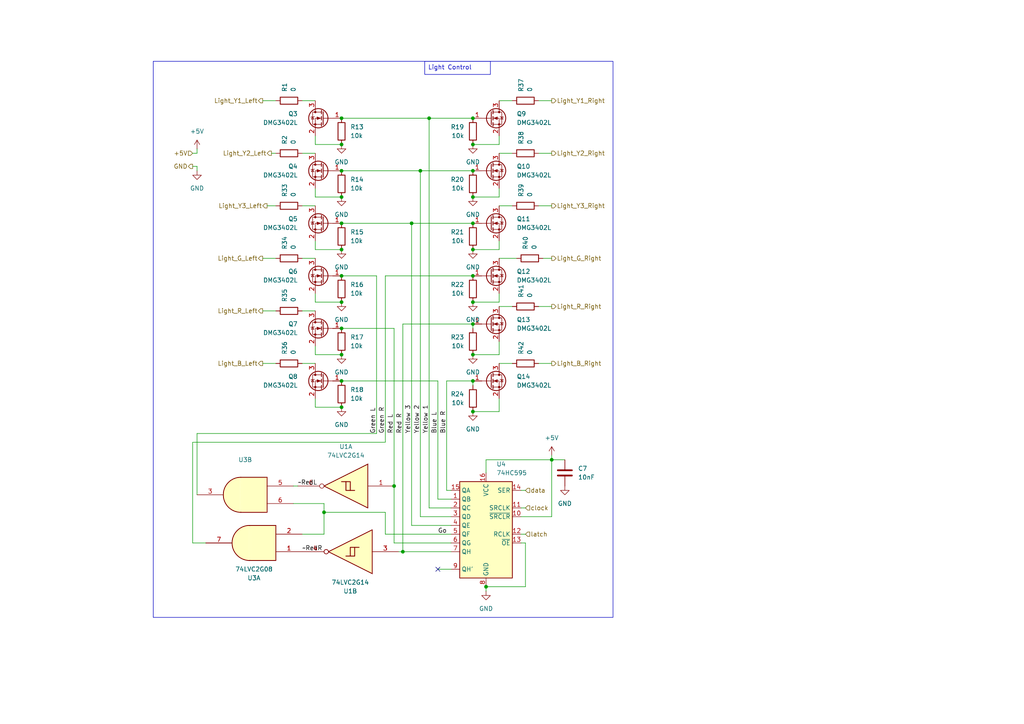
<source format=kicad_sch>
(kicad_sch (version 20250114) (generator "eeschema") (generator_version "9.0")
  (paper "A4")
  (lib_symbols
    (symbol "74xGxx:74LVC2G08"
      (property "Reference" "U" (at -10.16 7.62 0))
      (property "Value" "74LVC2G08" (at -10.16 -7.62 0))
      (symbol "74LVC2G08_1_1"
        (arc (start 0 5.08) (mid 5.0579 0) (end 0 -5.08) (stroke (width 0.254)) (fill (type background)))
        (polyline (pts (xy 0 -5.08) (xy -7.62 -5.08) (xy -7.62 5.08) (xy 0 5.08)) (stroke (width 0.254)) (fill (type background)))
        (pin input line (at -15.24 2.54 0) (length 7.62) (name "~") (number "1"))
        (pin input line (at -15.24 -2.54 0) (length 7.62) (name "~") (number "2"))
        (pin output line (at 12.7 0 180) (length 7.62) (name "~") (number "7"))
      )
      (symbol "74LVC2G08_2_1"
        (arc (start 0 5.08) (mid 5.0579 0) (end 0 -5.08) (stroke (width 0.254)) (fill (type background)))
        (polyline (pts (xy 0 -5.08) (xy -7.62 -5.08) (xy -7.62 5.08) (xy 0 5.08)) (stroke (width 0.254)) (fill (type background)))
        (pin input line (at -15.24 2.54 0) (length 7.62) (name "~") (number "5"))
        (pin input line (at -15.24 -2.54 0) (length 7.62) (name "~") (number "6"))
        (pin output line (at 12.7 0 180) (length 7.62) (name "~") (number "3"))
      )
      (symbol "74LVC2G08_3_0"
        (rectangle (start -5.08 -5.08) (end 5.08 5.08) (stroke (width 0.254)) (fill (type background)))
      )
      (symbol "74LVC2G08_3_1"
        (pin power_in line (at 0 10.16 270) (length 5.08) (name "VCC") (number "8"))
        (pin power_in line (at 0 -10.16 90) (length 5.08) (name "GND") (number "4"))
      )
    )
    (symbol "74xGxx:74LVC2G14"
      (property "Reference" "U" (at 0 7.62 0))
      (property "Value" "74LVC2G14" (at 2.54 -7.62 0))
      (symbol "74LVC2G14_1_1"
        (polyline (pts (xy -7.62 6.35) (xy -7.62 -6.35) (xy 5.08 0) (xy -7.62 6.35)) (stroke (width 0.254)) (fill (type background)))
        (polyline (pts (xy -3.81 -1.27) (xy -2.54 -1.27) (xy -2.54 1.27) (xy 0 1.27)) (stroke (width 0.254)) (fill (type background)))
        (polyline (pts (xy -2.54 -1.27) (xy -1.27 -1.27) (xy -1.27 1.27)) (stroke (width 0.254)) (fill (type background)))
        (pin input line (at -15.24 0 0) (length 7.62) (name "~") (number "1"))
        (pin output inverted (at 12.7 0 180) (length 7.62) (name "~") (number "6"))
      )
      (symbol "74LVC2G14_2_1"
        (polyline (pts (xy -7.62 6.35) (xy -7.62 -6.35) (xy 5.08 0) (xy -7.62 6.35)) (stroke (width 0.254)) (fill (type background)))
        (polyline (pts (xy -3.81 -1.27) (xy -2.54 -1.27) (xy -2.54 1.27) (xy 0 1.27)) (stroke (width 0.254)) (fill (type background)))
        (polyline (pts (xy -2.54 -1.27) (xy -1.27 -1.27) (xy -1.27 1.27)) (stroke (width 0.254)) (fill (type background)))
        (pin input line (at -15.24 0 0) (length 7.62) (name "~") (number "3"))
        (pin output inverted (at 12.7 0 180) (length 7.62) (name "~") (number "4"))
      )
      (symbol "74LVC2G14_3_0"
        (rectangle (start -5.08 -5.08) (end 5.08 5.08) (stroke (width 0.254)) (fill (type background)))
      )
      (symbol "74LVC2G14_3_1"
        (pin power_in line (at 0 10.16 270) (length 5.08) (name "VCC") (number "5"))
        (pin power_in line (at 0 -10.16 90) (length 5.08) (name "GND") (number "2"))
      )
    )
    (symbol "74xx:74HC595"
      (property "Reference" "U" (at -7.62 13.97 0))
      (property "Value" "74HC595" (at -7.62 -16.51 0))
      (symbol "74HC595_1_0"
        (pin input line (at -10.16 10.16 0) (length 2.54) (name "SER") (number "14"))
        (pin input line (at -10.16 5.08 0) (length 2.54) (name "SRCLK") (number "11"))
        (pin input line (at -10.16 2.54 0) (length 2.54) (name "~{SRCLR}") (number "10"))
        (pin input line (at -10.16 -2.54 0) (length 2.54) (name "RCLK") (number "12"))
        (pin input line (at -10.16 -5.08 0) (length 2.54) (name "~{OE}") (number "13"))
        (pin power_in line (at 0 15.24 270) (length 2.54) (name "VCC") (number "16"))
        (pin power_in line (at 0 -17.78 90) (length 2.54) (name "GND") (number "8"))
        (pin tri_state line (at 10.16 10.16 180) (length 2.54) (name "QA") (number "15"))
        (pin tri_state line (at 10.16 7.62 180) (length 2.54) (name "QB") (number "1"))
        (pin tri_state line (at 10.16 5.08 180) (length 2.54) (name "QC") (number "2"))
        (pin tri_state line (at 10.16 2.54 180) (length 2.54) (name "QD") (number "3"))
        (pin tri_state line (at 10.16 0 180) (length 2.54) (name "QE") (number "4"))
        (pin tri_state line (at 10.16 -2.54 180) (length 2.54) (name "QF") (number "5"))
        (pin tri_state line (at 10.16 -5.08 180) (length 2.54) (name "QG") (number "6"))
        (pin tri_state line (at 10.16 -7.62 180) (length 2.54) (name "QH") (number "7"))
        (pin output line (at 10.16 -12.7 180) (length 2.54) (name "QH'") (number "9"))
      )
      (symbol "74HC595_1_1"
        (rectangle (start -7.62 12.7) (end 7.62 -15.24) (stroke (width 0.254)) (fill (type background)))
      )
    )
    (symbol "Device:C" (pin_numbers (hide yes)) (pin_names (offset 0.254))
      (property "Reference" "C" (at 0.635 2.54 0))
      (property "Value" "C" (at 0.635 -2.54 0))
      (symbol "C_0_1"
        (polyline (pts (xy -2.032 0.762) (xy 2.032 0.762)) (stroke (width 0.508)))
        (polyline (pts (xy -2.032 -0.762) (xy 2.032 -0.762)) (stroke (width 0.508)))
      )
      (symbol "C_1_1"
        (pin passive line (at 0 3.81 270) (length 2.794) (name "~") (number "1"))
        (pin passive line (at 0 -3.81 90) (length 2.794) (name "~") (number "2"))
      )
    )
    (symbol "Device:R" (pin_numbers (hide yes)) (pin_names (offset 0))
      (property "Reference" "R" (at 2.032 0 90))
      (property "Value" "R" (at 0 0 90))
      (symbol "R_0_1"
        (rectangle (start -1.016 -2.54) (end 1.016 2.54) (stroke (width 0.254)))
      )
      (symbol "R_1_1"
        (pin passive line (at 0 3.81 270) (length 1.27) (name "~") (number "1"))
        (pin passive line (at 0 -3.81 90) (length 1.27) (name "~") (number "2"))
      )
    )
    (symbol "Transistor_FET:DMG3402L" (pin_names (hide yes))
      (property "Reference" "Q" (at 5.08 1.905 0))
      (property "Value" "DMG3402L" (at 5.08 0 0))
      (symbol "DMG3402L_0_1"
        (polyline (pts (xy 0.254 1.905) (xy 0.254 -1.905)) (stroke (width 0.254)))
        (polyline (pts (xy 0.254 0) (xy -2.54 0)))
        (polyline (pts (xy 0.762 2.286) (xy 0.762 1.27)) (stroke (width 0.254)))
        (polyline (pts (xy 0.762 0.508) (xy 0.762 -0.508)) (stroke (width 0.254)))
        (polyline (pts (xy 0.762 -1.27) (xy 0.762 -2.286)) (stroke (width 0.254)))
        (polyline (pts (xy 0.762 -1.778) (xy 3.302 -1.778) (xy 3.302 1.778) (xy 0.762 1.778)))
        (polyline (pts (xy 1.016 0) (xy 2.032 0.381) (xy 2.032 -0.381) (xy 1.016 0)) (fill (type outline)))
        (circle (center 1.651 0) (radius 2.794) (stroke (width 0.254)))
        (polyline (pts (xy 2.54 2.54) (xy 2.54 1.778)))
        (circle (center 2.54 1.778) (radius 0.254) (fill (type outline)))
        (circle (center 2.54 -1.778) (radius 0.254) (fill (type outline)))
        (polyline (pts (xy 2.54 -2.54) (xy 2.54 0) (xy 0.762 0)))
        (polyline (pts (xy 2.794 0.508) (xy 2.921 0.381) (xy 3.683 0.381) (xy 3.81 0.254)))
        (polyline (pts (xy 3.302 0.381) (xy 2.921 -0.254) (xy 3.683 -0.254) (xy 3.302 0.381)))
      )
      (symbol "DMG3402L_1_1"
        (pin input line (at -5.08 0 0) (length 2.54) (name "G") (number "1"))
        (pin passive line (at 2.54 5.08 270) (length 2.54) (name "D") (number "3"))
        (pin passive line (at 2.54 -5.08 90) (length 2.54) (name "S") (number "2"))
      )
    )
    (symbol "power:+5V" (power) (pin_names (offset 0))
      (property "Value" "+5V" (at 0 3.556 0))
      (symbol "+5V_0_1"
        (polyline (pts (xy -0.762 1.27) (xy 0 2.54)))
        (polyline (pts (xy 0 2.54) (xy 0.762 1.27)))
        (polyline (pts (xy 0 0) (xy 0 2.54)))
      )
      (symbol "+5V_1_1"
        (pin power_in line (at 0 0 90) (length 0) (hide yes) (name "+5V") (number "1"))
      )
    )
    (symbol "power:GND" (power) (pin_names (offset 0))
      (property "Value" "GND" (at 0 -3.81 0))
      (symbol "GND_0_1"
        (polyline (pts (xy 0 0) (xy 0 -1.27) (xy 1.27 -1.27) (xy 0 -2.54) (xy -1.27 -1.27) (xy 0 -1.27)))
      )
      (symbol "GND_1_1"
        (pin power_in line (at 0 0 270) (length 0) (hide yes) (name "GND") (number "1"))
      )
    )
  )
  (rectangle (start 44.45 17.78) (end 177.8 179.07))
  (text_box "Light Control" (at 123.19 17.78 0) (size 19.05 3.81) (margins 0.9525 0.9525 0.9525 0.9525) (effects (font (size 1.27 1.27)) (justify left top)))
  (junction (at 99.06 64.77))
  (junction (at 99.06 87.63))
  (junction (at 99.06 57.15))
  (junction (at 99.06 80.01))
  (junction (at 137.16 119.38))
  (junction (at 124.46 34.29))
  (junction (at 99.06 49.53))
  (junction (at 99.06 110.49))
  (junction (at 99.06 72.39))
  (junction (at 137.16 80.01))
  (junction (at 99.06 41.91))
  (junction (at 137.16 87.63))
  (junction (at 137.16 102.87))
  (junction (at 137.16 93.98))
  (junction (at 121.92 49.53))
  (junction (at 137.16 57.15))
  (junction (at 116.84 160.02))
  (junction (at 137.16 64.77))
  (junction (at 137.16 72.39))
  (junction (at 99.06 118.11))
  (junction (at 140.97 170.18))
  (junction (at 137.16 49.53))
  (junction (at 99.06 102.87))
  (junction (at 137.16 41.91))
  (junction (at 114.3 140.97))
  (junction (at 137.16 110.49))
  (junction (at 93.98 148.59))
  (junction (at 119.38 64.77))
  (junction (at 99.06 34.29))
  (junction (at 160.02 133.35))
  (junction (at 137.16 34.29))
  (junction (at 99.06 95.25))
  (no_connect (at 127 165.1))
  (wire (pts (xy 109.22 80.01) (xy 109.22 125.73)))
  (wire (pts (xy 124.46 34.29) (xy 124.46 147.32)))
  (wire (pts (xy 99.06 95.25) (xy 114.3 95.25)))
  (wire (pts (xy 163.83 133.35) (xy 160.02 133.35)))
  (wire (pts (xy 91.44 69.85) (xy 91.44 72.39)))
  (wire (pts (xy 93.98 148.59) (xy 111.76 148.59)))
  (wire (pts (xy 111.76 148.59) (xy 111.76 154.94)))
  (wire (pts (xy 80.01 44.45) (xy 78.74 44.45)))
  (wire (pts (xy 55.88 157.48) (xy 55.88 128.27)))
  (wire (pts (xy 137.16 110.49) (xy 137.16 111.76)))
  (wire (pts (xy 55.88 128.27) (xy 111.76 128.27)))
  (wire (pts (xy 111.76 80.01) (xy 111.76 128.27)))
  (wire (pts (xy 116.84 160.02) (xy 130.81 160.02)))
  (wire (pts (xy 121.92 49.53) (xy 137.16 49.53)))
  (wire (pts (xy 129.54 110.49) (xy 137.16 110.49)))
  (wire (pts (xy 57.15 125.73) (xy 109.22 125.73)))
  (wire (pts (xy 93.98 148.59) (xy 93.98 146.05)))
  (wire (pts (xy 55.88 44.45) (xy 57.15 44.45)))
  (wire (pts (xy 140.97 170.18) (xy 152.4 170.18)))
  (wire (pts (xy 129.54 110.49) (xy 129.54 142.24)))
  (wire (pts (xy 91.44 85.09) (xy 91.44 87.63)))
  (wire (pts (xy 148.59 44.45) (xy 144.78 44.45)))
  (wire (pts (xy 87.63 90.17) (xy 91.44 90.17)))
  (wire (pts (xy 91.44 57.15) (xy 99.06 57.15)))
  (wire (pts (xy 151.13 147.32) (xy 152.4 147.32)))
  (wire (pts (xy 93.98 148.59) (xy 93.98 154.94)))
  (wire (pts (xy 137.16 93.98) (xy 137.16 95.25)))
  (wire (pts (xy 57.15 44.45) (xy 57.15 43.18)))
  (wire (pts (xy 140.97 133.35) (xy 140.97 137.16)))
  (wire (pts (xy 119.38 64.77) (xy 137.16 64.77)))
  (wire (pts (xy 91.44 72.39) (xy 99.06 72.39)))
  (wire (pts (xy 160.02 132.08) (xy 160.02 133.35)))
  (wire (pts (xy 114.3 95.25) (xy 114.3 140.97)))
  (wire (pts (xy 87.63 44.45) (xy 91.44 44.45)))
  (wire (pts (xy 148.59 29.21) (xy 144.78 29.21)))
  (wire (pts (xy 140.97 133.35) (xy 160.02 133.35)))
  (wire (pts (xy 130.81 154.94) (xy 111.76 154.94)))
  (wire (pts (xy 156.21 44.45) (xy 160.02 44.45)))
  (wire (pts (xy 144.78 39.37) (xy 144.78 41.91)))
  (wire (pts (xy 160.02 133.35) (xy 160.02 149.86)))
  (wire (pts (xy 127 165.1) (xy 130.81 165.1)))
  (wire (pts (xy 144.78 72.39) (xy 137.16 72.39)))
  (wire (pts (xy 55.88 157.48) (xy 59.69 157.48)))
  (wire (pts (xy 151.13 149.86) (xy 160.02 149.86)))
  (wire (pts (xy 85.09 146.05) (xy 93.98 146.05)))
  (wire (pts (xy 121.92 49.53) (xy 121.92 149.86)))
  (wire (pts (xy 55.88 48.26) (xy 57.15 48.26)))
  (wire (pts (xy 121.92 149.86) (xy 130.81 149.86)))
  (wire (pts (xy 137.16 87.63) (xy 144.78 87.63)))
  (wire (pts (xy 119.38 152.4) (xy 130.81 152.4)))
  (wire (pts (xy 137.16 41.91) (xy 144.78 41.91)))
  (wire (pts (xy 137.16 57.15) (xy 144.78 57.15)))
  (wire (pts (xy 140.97 170.18) (xy 140.97 171.45)))
  (wire (pts (xy 144.78 105.41) (xy 148.59 105.41)))
  (wire (pts (xy 151.13 154.94) (xy 152.4 154.94)))
  (wire (pts (xy 91.44 54.61) (xy 91.44 57.15)))
  (wire (pts (xy 114.3 140.97) (xy 114.3 157.48)))
  (wire (pts (xy 137.16 119.38) (xy 144.78 119.38)))
  (wire (pts (xy 87.63 154.94) (xy 93.98 154.94)))
  (wire (pts (xy 151.13 142.24) (xy 152.4 142.24)))
  (wire (pts (xy 87.63 29.21) (xy 91.44 29.21)))
  (wire (pts (xy 99.06 64.77) (xy 119.38 64.77)))
  (wire (pts (xy 152.4 157.48) (xy 152.4 170.18)))
  (wire (pts (xy 109.22 80.01) (xy 99.06 80.01)))
  (wire (pts (xy 80.01 59.69) (xy 77.47 59.69)))
  (wire (pts (xy 91.44 39.37) (xy 91.44 41.91)))
  (wire (pts (xy 80.01 29.21) (xy 76.2 29.21)))
  (wire (pts (xy 127 110.49) (xy 99.06 110.49)))
  (wire (pts (xy 85.09 140.97) (xy 86.36 140.97)))
  (wire (pts (xy 80.01 105.41) (xy 76.2 105.41)))
  (wire (pts (xy 80.01 74.93) (xy 76.2 74.93)))
  (wire (pts (xy 144.78 115.57) (xy 144.78 119.38)))
  (wire (pts (xy 124.46 147.32) (xy 130.81 147.32)))
  (wire (pts (xy 152.4 157.48) (xy 151.13 157.48)))
  (wire (pts (xy 144.78 69.85) (xy 144.78 72.39)))
  (wire (pts (xy 111.76 80.01) (xy 137.16 80.01)))
  (wire (pts (xy 87.63 105.41) (xy 91.44 105.41)))
  (wire (pts (xy 144.78 54.61) (xy 144.78 57.15)))
  (wire (pts (xy 129.54 142.24) (xy 130.81 142.24)))
  (wire (pts (xy 87.63 59.69) (xy 91.44 59.69)))
  (wire (pts (xy 115.57 160.02) (xy 116.84 160.02)))
  (wire (pts (xy 148.59 59.69) (xy 144.78 59.69)))
  (wire (pts (xy 91.44 100.33) (xy 91.44 102.87)))
  (wire (pts (xy 116.84 93.98) (xy 116.84 160.02)))
  (wire (pts (xy 137.16 93.98) (xy 116.84 93.98)))
  (wire (pts (xy 57.15 48.26) (xy 57.15 49.53)))
  (wire (pts (xy 137.16 102.87) (xy 144.78 102.87)))
  (wire (pts (xy 91.44 102.87) (xy 99.06 102.87)))
  (wire (pts (xy 124.46 34.29) (xy 137.16 34.29)))
  (wire (pts (xy 80.01 90.17) (xy 76.2 90.17)))
  (wire (pts (xy 157.48 74.93) (xy 160.02 74.93)))
  (wire (pts (xy 87.63 74.93) (xy 91.44 74.93)))
  (wire (pts (xy 114.3 157.48) (xy 130.81 157.48)))
  (wire (pts (xy 57.15 143.51) (xy 57.15 125.73)))
  (wire (pts (xy 156.21 88.9) (xy 160.02 88.9)))
  (wire (pts (xy 99.06 49.53) (xy 121.92 49.53)))
  (wire (pts (xy 156.21 29.21) (xy 160.02 29.21)))
  (wire (pts (xy 127 144.78) (xy 130.81 144.78)))
  (wire (pts (xy 119.38 64.77) (xy 119.38 152.4)))
  (wire (pts (xy 144.78 88.9) (xy 148.59 88.9)))
  (wire (pts (xy 144.78 85.09) (xy 144.78 87.63)))
  (wire (pts (xy 144.78 99.06) (xy 144.78 102.87)))
  (wire (pts (xy 156.21 59.69) (xy 160.02 59.69)))
  (wire (pts (xy 91.44 87.63) (xy 99.06 87.63)))
  (wire (pts (xy 127 110.49) (xy 127 144.78)))
  (wire (pts (xy 144.78 74.93) (xy 149.86 74.93)))
  (wire (pts (xy 91.44 115.57) (xy 91.44 118.11)))
  (wire (pts (xy 91.44 41.91) (xy 99.06 41.91)))
  (wire (pts (xy 99.06 34.29) (xy 124.46 34.29)))
  (wire (pts (xy 91.44 118.11) (xy 99.06 118.11)))
  (wire (pts (xy 156.21 105.41) (xy 160.02 105.41)))
  (label "Blue L" (at 127 125.73 90))
  (label "Yellow 2" (at 121.92 125.73 90))
  (label "Blue R" (at 129.54 125.73 90))
  (label "Go" (at 127 154.94 0))
  (label "Green L" (at 109.22 125.73 90))
  (label "Yellow 3" (at 119.38 125.73 90))
  (label "~RedL" (at 86.36 140.97 0))
  (label "Red L" (at 114.3 125.73 90))
  (label "Green R" (at 111.76 125.73 90))
  (label "Yellow 1" (at 124.46 125.73 90))
  (label "~RedR" (at 87.63 160.02 0))
  (label "Red R" (at 116.84 125.73 90))
  (hierarchical_label "Light_B_Left" (shape output) (at 76.2 105.41 180))
  (hierarchical_label "latch" (shape input) (at 152.4 154.94 0))
  (hierarchical_label "Light_Y3_Right" (shape output) (at 160.02 59.69 0))
  (hierarchical_label "Light_Y2_Left" (shape output) (at 78.74 44.45 180))
  (hierarchical_label "GND" (shape output) (at 55.88 48.26 180))
  (hierarchical_label "Light_R_Right" (shape output) (at 160.02 88.9 0))
  (hierarchical_label "Light_R_Left" (shape output) (at 76.2 90.17 180))
  (hierarchical_label "clock" (shape input) (at 152.4 147.32 0))
  (hierarchical_label "Light_Y2_Right" (shape output) (at 160.02 44.45 0))
  (hierarchical_label "Light_B_Right" (shape output) (at 160.02 105.41 0))
  (hierarchical_label "+5V" (shape input) (at 55.88 44.45 180))
  (hierarchical_label "Light_Y1_Right" (shape output) (at 160.02 29.21 0))
  (hierarchical_label "Light_G_Left" (shape output) (at 76.2 74.93 180))
  (hierarchical_label "Light_Y1_Left" (shape output) (at 76.2 29.21 180))
  (hierarchical_label "data" (shape input) (at 152.4 142.24 0))
  (hierarchical_label "Light_Y3_Left" (shape output) (at 77.47 59.69 180))
  (hierarchical_label "Light_G_Right" (shape output) (at 160.02 74.93 0))
  (symbol (lib_id "power:GND") (at 163.83 140.97 0) (unit 1)
    (property "Reference" "#PWR079" (effects (hide yes)))
    (property "Value" "GND" (at 163.83 146.05 0))
    (property "Description" "Power symbol creates a global label with name \"GND\" , ground" (effects (hide yes)))
  )
  (symbol (lib_id "power:GND") (at 99.06 72.39 0) (unit 1)
    (property "Reference" "#PWR028" (effects (hide yes)))
    (property "Value" "GND" (at 99.06 77.47 0))
    (property "Description" "Power symbol creates a global label with name \"GND\" , ground" (effects (hide yes)))
  )
  (symbol (lib_id "Transistor_FET:DMG3402L") (at 142.24 80.01 0) (unit 1)
    (property "Reference" "Q12" (at 149.86 78.7399 0) (effects (justify left)))
    (property "Value" "DMG3402L" (at 149.86 81.2799 0) (effects (justify left)))
    (property "Footprint" "Package_TO_SOT_SMD:SOT-23-3" (effects (hide yes)))
    (property "Datasheet" "http://www.diodes.com/assets/Datasheets/DMG3402L.pdf" (effects (hide yes)))
    (property "Description" "4A Id, 30V Vds, N-Channel MOSFET, SOT-23" (effects (hide yes)))
  )
  (symbol (lib_id "power:GND") (at 137.16 72.39 0) (unit 1)
    (property "Reference" "#PWR034" (effects (hide yes)))
    (property "Value" "GND" (at 137.16 77.47 0))
    (property "Description" "Power symbol creates a global label with name \"GND\" , ground" (effects (hide yes)))
  )
  (symbol (lib_id "Transistor_FET:DMG3402L") (at 93.98 34.29 0) (mirror y) (unit 1)
    (property "Reference" "Q3" (at 86.36 33.0199 0) (effects (justify left)))
    (property "Value" "DMG3402L" (at 86.36 35.5599 0) (effects (justify left)))
    (property "Footprint" "Package_TO_SOT_SMD:SOT-23-3" (effects (hide yes)))
    (property "Datasheet" "http://www.diodes.com/assets/Datasheets/DMG3402L.pdf" (effects (hide yes)))
    (property "Description" "4A Id, 30V Vds, N-Channel MOSFET, SOT-23" (effects (hide yes)))
  )
  (symbol (lib_id "Transistor_FET:DMG3402L") (at 93.98 95.25 0) (mirror y) (unit 1)
    (property "Reference" "Q7" (at 86.36 93.9799 0) (effects (justify left)))
    (property "Value" "DMG3402L" (at 86.36 96.5199 0) (effects (justify left)))
    (property "Footprint" "Package_TO_SOT_SMD:SOT-23-3" (effects (hide yes)))
    (property "Datasheet" "http://www.diodes.com/assets/Datasheets/DMG3402L.pdf" (effects (hide yes)))
    (property "Description" "4A Id, 30V Vds, N-Channel MOSFET, SOT-23" (effects (hide yes)))
  )
  (symbol (lib_id "Transistor_FET:DMG3402L") (at 93.98 80.01 0) (mirror y) (unit 1)
    (property "Reference" "Q6" (at 86.36 78.7399 0) (effects (justify left)))
    (property "Value" "DMG3402L" (at 86.36 81.2799 0) (effects (justify left)))
    (property "Footprint" "Package_TO_SOT_SMD:SOT-23-3" (effects (hide yes)))
    (property "Datasheet" "http://www.diodes.com/assets/Datasheets/DMG3402L.pdf" (effects (hide yes)))
    (property "Description" "4A Id, 30V Vds, N-Channel MOSFET, SOT-23" (effects (hide yes)))
  )
  (symbol (lib_id "power:+5V") (at 57.15 43.18 0) (unit 1)
    (property "Reference" "#PWR053" (effects (hide yes)))
    (property "Value" "+5V" (at 57.15 38.1 0))
    (property "Description" "Power symbol creates a global label with name \"+5V\"" (effects (hide yes)))
  )
  (symbol (lib_id "Device:R") (at 137.16 99.06 0) (mirror y) (unit 1)
    (property "Reference" "R23" (at 134.62 97.7899 0) (effects (justify left)))
    (property "Value" "10k" (at 134.62 100.3299 0) (effects (justify left)))
    (property "Footprint" "Resistor_SMD:R_0805_2012Metric" (effects (hide yes)))
    (property "Description" "Resistor" (effects (hide yes)))
  )
  (symbol (lib_id "Device:R") (at 83.82 105.41 90) (unit 1)
    (property "Reference" "R36" (at 82.5499 102.87 0) (effects (justify left)))
    (property "Value" "0" (at 85.0899 102.87 0) (effects (justify left)))
    (property "Footprint" "Resistor_SMD:R_0805_2012Metric" (effects (hide yes)))
    (property "Description" "Resistor" (effects (hide yes)))
  )
  (symbol (lib_id "Device:R") (at 153.67 74.93 90) (unit 1)
    (property "Reference" "R40" (at 152.3999 72.39 0) (effects (justify left)))
    (property "Value" "0" (at 154.9399 72.39 0) (effects (justify left)))
    (property "Footprint" "Resistor_SMD:R_0805_2012Metric" (effects (hide yes)))
    (property "Description" "Resistor" (effects (hide yes)))
  )
  (symbol (lib_id "power:GND") (at 99.06 102.87 0) (unit 1)
    (property "Reference" "#PWR030" (effects (hide yes)))
    (property "Value" "GND" (at 99.06 107.95 0))
    (property "Description" "Power symbol creates a global label with name \"GND\" , ground" (effects (hide yes)))
  )
  (symbol (lib_id "Device:R") (at 83.82 59.69 90) (unit 1)
    (property "Reference" "R33" (at 82.5499 57.15 0) (effects (justify left)))
    (property "Value" "0" (at 85.0899 57.15 0) (effects (justify left)))
    (property "Footprint" "Resistor_SMD:R_0805_2012Metric" (effects (hide yes)))
    (property "Description" "Resistor" (effects (hide yes)))
  )
  (symbol (lib_id "Device:R") (at 137.16 83.82 0) (mirror y) (unit 1)
    (property "Reference" "R22" (at 134.62 82.5499 0) (effects (justify left)))
    (property "Value" "10k" (at 134.62 85.0899 0) (effects (justify left)))
    (property "Footprint" "Resistor_SMD:R_0805_2012Metric" (effects (hide yes)))
    (property "Description" "Resistor" (effects (hide yes)))
  )
  (symbol (lib_id "Device:R") (at 99.06 83.82 0) (unit 1)
    (property "Reference" "R16" (at 101.6 82.5499 0) (effects (justify left)))
    (property "Value" "10k" (at 101.6 85.0899 0) (effects (justify left)))
    (property "Footprint" "Resistor_SMD:R_0805_2012Metric" (effects (hide yes)))
    (property "Description" "Resistor" (effects (hide yes)))
  )
  (symbol (lib_id "power:GND") (at 137.16 41.91 0) (unit 1)
    (property "Reference" "#PWR032" (effects (hide yes)))
    (property "Value" "GND" (at 137.16 46.99 0))
    (property "Description" "Power symbol creates a global label with name \"GND\" , ground" (effects (hide yes)))
  )
  (symbol (lib_id "Device:R") (at 99.06 99.06 0) (unit 1)
    (property "Reference" "R17" (at 101.6 97.7899 0) (effects (justify left)))
    (property "Value" "10k" (at 101.6 100.3299 0) (effects (justify left)))
    (property "Footprint" "Resistor_SMD:R_0805_2012Metric" (effects (hide yes)))
    (property "Description" "Resistor" (effects (hide yes)))
  )
  (symbol (lib_id "Device:R") (at 137.16 68.58 0) (mirror y) (unit 1)
    (property "Reference" "R21" (at 134.62 67.3099 0) (effects (justify left)))
    (property "Value" "10k" (at 134.62 69.8499 0) (effects (justify left)))
    (property "Footprint" "Resistor_SMD:R_0805_2012Metric" (effects (hide yes)))
    (property "Description" "Resistor" (effects (hide yes)))
  )
  (symbol (lib_id "Device:R") (at 99.06 68.58 0) (unit 1)
    (property "Reference" "R15" (at 101.6 67.3099 0) (effects (justify left)))
    (property "Value" "10k" (at 101.6 69.8499 0) (effects (justify left)))
    (property "Footprint" "Resistor_SMD:R_0805_2012Metric" (effects (hide yes)))
    (property "Description" "Resistor" (effects (hide yes)))
  )
  (symbol (lib_id "power:GND") (at 99.06 87.63 0) (unit 1)
    (property "Reference" "#PWR029" (effects (hide yes)))
    (property "Value" "GND" (at 99.06 92.71 0))
    (property "Description" "Power symbol creates a global label with name \"GND\" , ground" (effects (hide yes)))
  )
  (symbol (lib_id "74xGxx:74LVC2G14") (at 100.33 160.02 180) (unit 2)
    (property "Reference" "U1" (at 101.6 171.45 0))
    (property "Value" "74LVC2G14" (at 101.6 168.91 0))
    (property "Footprint" "Package_TO_SOT_SMD:SOT-363_SC-70-6" (effects (hide yes)))
    (property "Datasheet" "https://www.ti.com/lit/ds/symlink/sn74lvc2g14.pdf" (effects (hide yes)))
    (property "Description" "Dual NOT Gate, Schmitt Triggered, Low-Voltage CMOS" (effects (hide yes)))
  )
  (symbol (lib_id "Device:R") (at 99.06 114.3 0) (unit 1)
    (property "Reference" "R18" (at 101.6 113.0299 0) (effects (justify left)))
    (property "Value" "10k" (at 101.6 115.5699 0) (effects (justify left)))
    (property "Footprint" "Resistor_SMD:R_0805_2012Metric" (effects (hide yes)))
    (property "Description" "Resistor" (effects (hide yes)))
  )
  (symbol (lib_id "power:GND") (at 99.06 41.91 0) (unit 1)
    (property "Reference" "#PWR026" (effects (hide yes)))
    (property "Value" "GND" (at 99.06 46.99 0))
    (property "Description" "Power symbol creates a global label with name \"GND\" , ground" (effects (hide yes)))
  )
  (symbol (lib_id "power:GND") (at 137.16 57.15 0) (unit 1)
    (property "Reference" "#PWR033" (effects (hide yes)))
    (property "Value" "GND" (at 137.16 62.23 0))
    (property "Description" "Power symbol creates a global label with name \"GND\" , ground" (effects (hide yes)))
  )
  (symbol (lib_id "power:GND") (at 140.97 171.45 0) (unit 1)
    (property "Reference" "#PWR038" (effects (hide yes)))
    (property "Value" "GND" (at 140.97 176.53 0))
    (property "Description" "Power symbol creates a global label with name \"GND\" , ground" (effects (hide yes)))
  )
  (symbol (lib_id "Device:R") (at 99.06 53.34 0) (unit 1)
    (property "Reference" "R14" (at 101.6 52.0699 0) (effects (justify left)))
    (property "Value" "10k" (at 101.6 54.6099 0) (effects (justify left)))
    (property "Footprint" "Resistor_SMD:R_0805_2012Metric" (effects (hide yes)))
    (property "Description" "Resistor" (effects (hide yes)))
  )
  (symbol (lib_id "power:GND") (at 99.06 118.11 0) (unit 1)
    (property "Reference" "#PWR031" (effects (hide yes)))
    (property "Value" "GND" (at 99.06 123.19 0))
    (property "Description" "Power symbol creates a global label with name \"GND\" , ground" (effects (hide yes)))
  )
  (symbol (lib_id "Device:R") (at 83.82 74.93 90) (unit 1)
    (property "Reference" "R34" (at 82.5499 72.39 0) (effects (justify left)))
    (property "Value" "0" (at 85.0899 72.39 0) (effects (justify left)))
    (property "Footprint" "Resistor_SMD:R_0805_2012Metric" (effects (hide yes)))
    (property "Description" "Resistor" (effects (hide yes)))
  )
  (symbol (lib_id "Device:R") (at 152.4 105.41 90) (unit 1)
    (property "Reference" "R42" (at 151.1299 102.87 0) (effects (justify left)))
    (property "Value" "0" (at 153.6699 102.87 0) (effects (justify left)))
    (property "Footprint" "Resistor_SMD:R_0805_2012Metric" (effects (hide yes)))
    (property "Description" "Resistor" (effects (hide yes)))
  )
  (symbol (lib_id "Device:R") (at 137.16 53.34 0) (mirror y) (unit 1)
    (property "Reference" "R20" (at 134.62 52.0699 0) (effects (justify left)))
    (property "Value" "10k" (at 134.62 54.6099 0) (effects (justify left)))
    (property "Footprint" "Resistor_SMD:R_0805_2012Metric" (effects (hide yes)))
    (property "Description" "Resistor" (effects (hide yes)))
  )
  (symbol (lib_id "Device:R") (at 152.4 59.69 90) (unit 1)
    (property "Reference" "R39" (at 151.1299 57.15 0) (effects (justify left)))
    (property "Value" "0" (at 153.6699 57.15 0) (effects (justify left)))
    (property "Footprint" "Resistor_SMD:R_0805_2012Metric" (effects (hide yes)))
    (property "Description" "Resistor" (effects (hide yes)))
  )
  (symbol (lib_id "Device:R") (at 99.06 38.1 0) (unit 1)
    (property "Reference" "R13" (at 101.6 36.8299 0) (effects (justify left)))
    (property "Value" "10k" (at 101.6 39.3699 0) (effects (justify left)))
    (property "Footprint" "Resistor_SMD:R_0805_2012Metric" (effects (hide yes)))
    (property "Description" "Resistor" (effects (hide yes)))
  )
  (symbol (lib_id "Device:R") (at 83.82 90.17 90) (unit 1)
    (property "Reference" "R35" (at 82.5499 87.63 0) (effects (justify left)))
    (property "Value" "0" (at 85.0899 87.63 0) (effects (justify left)))
    (property "Footprint" "Resistor_SMD:R_0805_2012Metric" (effects (hide yes)))
    (property "Description" "Resistor" (effects (hide yes)))
  )
  (symbol (lib_id "74xx:74HC595") (at 140.97 152.4 0) (mirror y) (unit 1)
    (property "Reference" "U4" (at 143.9865 134.62 0) (effects (justify right)))
    (property "Value" "74HC595" (at 143.9865 137.16 0) (effects (justify right)))
    (property "Footprint" "Package_SO:SOIC-16_3.9x9.9mm_P1.27mm" (effects (hide yes)))
    (property "Datasheet" "http://www.ti.com/lit/ds/symlink/sn74hc595.pdf" (effects (hide yes)))
    (property "Description" "8-bit serial in/out Shift Register 3-State Outputs" (effects (hide yes)))
  )
  (symbol (lib_id "Transistor_FET:DMG3402L") (at 142.24 64.77 0) (unit 1)
    (property "Reference" "Q11" (at 149.86 63.4999 0) (effects (justify left)))
    (property "Value" "DMG3402L" (at 149.86 66.0399 0) (effects (justify left)))
    (property "Footprint" "Package_TO_SOT_SMD:SOT-23-3" (effects (hide yes)))
    (property "Datasheet" "http://www.diodes.com/assets/Datasheets/DMG3402L.pdf" (effects (hide yes)))
    (property "Description" "4A Id, 30V Vds, N-Channel MOSFET, SOT-23" (effects (hide yes)))
  )
  (symbol (lib_id "Transistor_FET:DMG3402L") (at 93.98 49.53 0) (mirror y) (unit 1)
    (property "Reference" "Q4" (at 86.36 48.2599 0) (effects (justify left)))
    (property "Value" "DMG3402L" (at 86.36 50.7999 0) (effects (justify left)))
    (property "Footprint" "Package_TO_SOT_SMD:SOT-23-3" (effects (hide yes)))
    (property "Datasheet" "http://www.diodes.com/assets/Datasheets/DMG3402L.pdf" (effects (hide yes)))
    (property "Description" "4A Id, 30V Vds, N-Channel MOSFET, SOT-23" (effects (hide yes)))
  )
  (symbol (lib_id "power:+5V") (at 160.02 132.08 0) (unit 1)
    (property "Reference" "#PWR039" (effects (hide yes)))
    (property "Value" "+5V" (at 160.02 127 0))
    (property "Description" "Power symbol creates a global label with name \"+5V\"" (effects (hide yes)))
  )
  (symbol (lib_id "74xGxx:74LVC2G14") (at 99.06 140.97 0) (mirror y) (unit 1)
    (property "Reference" "U1" (at 100.33 129.54 0))
    (property "Value" "74LVC2G14" (at 100.33 132.08 0))
    (property "Footprint" "Package_TO_SOT_SMD:SOT-363_SC-70-6" (effects (hide yes)))
    (property "Datasheet" "https://www.ti.com/lit/ds/symlink/sn74lvc2g14.pdf" (effects (hide yes)))
    (property "Description" "Dual NOT Gate, Schmitt Triggered, Low-Voltage CMOS" (effects (hide yes)))
  )
  (symbol (lib_id "Device:R") (at 152.4 44.45 90) (unit 1)
    (property "Reference" "R38" (at 151.1299 41.91 0) (effects (justify left)))
    (property "Value" "0" (at 153.6699 41.91 0) (effects (justify left)))
    (property "Footprint" "Resistor_SMD:R_0805_2012Metric" (effects (hide yes)))
    (property "Description" "Resistor" (effects (hide yes)))
  )
  (symbol (lib_id "Device:R") (at 83.82 29.21 90) (unit 1)
    (property "Reference" "R1" (at 82.5499 26.67 0) (effects (justify left)))
    (property "Value" "0" (at 85.0899 26.67 0) (effects (justify left)))
    (property "Footprint" "Resistor_SMD:R_0805_2012Metric" (effects (hide yes)))
    (property "Description" "Resistor" (effects (hide yes)))
  )
  (symbol (lib_id "power:GND") (at 137.16 87.63 0) (unit 1)
    (property "Reference" "#PWR035" (effects (hide yes)))
    (property "Value" "GND" (at 137.16 92.71 0))
    (property "Description" "Power symbol creates a global label with name \"GND\" , ground" (effects (hide yes)))
  )
  (symbol (lib_id "Device:R") (at 152.4 88.9 90) (unit 1)
    (property "Reference" "R41" (at 151.1299 86.36 0) (effects (justify left)))
    (property "Value" "0" (at 153.6699 86.36 0) (effects (justify left)))
    (property "Footprint" "Resistor_SMD:R_0805_2012Metric" (effects (hide yes)))
    (property "Description" "Resistor" (effects (hide yes)))
  )
  (symbol (lib_id "Transistor_FET:DMG3402L") (at 142.24 110.49 0) (unit 1)
    (property "Reference" "Q14" (at 149.86 109.2199 0) (effects (justify left)))
    (property "Value" "DMG3402L" (at 149.86 111.7599 0) (effects (justify left)))
    (property "Footprint" "Package_TO_SOT_SMD:SOT-23-3" (effects (hide yes)))
    (property "Datasheet" "http://www.diodes.com/assets/Datasheets/DMG3402L.pdf" (effects (hide yes)))
    (property "Description" "4A Id, 30V Vds, N-Channel MOSFET, SOT-23" (effects (hide yes)))
  )
  (symbol (lib_id "power:GND") (at 137.16 119.38 0) (unit 1)
    (property "Reference" "#PWR037" (effects (hide yes)))
    (property "Value" "GND" (at 137.16 124.46 0))
    (property "Description" "Power symbol creates a global label with name \"GND\" , ground" (effects (hide yes)))
  )
  (symbol (lib_id "Transistor_FET:DMG3402L") (at 93.98 64.77 0) (mirror y) (unit 1)
    (property "Reference" "Q5" (at 86.36 63.4999 0) (effects (justify left)))
    (property "Value" "DMG3402L" (at 86.36 66.0399 0) (effects (justify left)))
    (property "Footprint" "Package_TO_SOT_SMD:SOT-23-3" (effects (hide yes)))
    (property "Datasheet" "http://www.diodes.com/assets/Datasheets/DMG3402L.pdf" (effects (hide yes)))
    (property "Description" "4A Id, 30V Vds, N-Channel MOSFET, SOT-23" (effects (hide yes)))
  )
  (symbol (lib_id "power:GND") (at 99.06 57.15 0) (unit 1)
    (property "Reference" "#PWR027" (effects (hide yes)))
    (property "Value" "GND" (at 99.06 62.23 0))
    (property "Description" "Power symbol creates a global label with name \"GND\" , ground" (effects (hide yes)))
  )
  (symbol (lib_id "Device:C") (at 163.83 137.16 0) (unit 1)
    (property "Reference" "C7" (at 167.64 135.8899 0) (effects (justify left)))
    (property "Value" "10nF" (at 167.64 138.4299 0) (effects (justify left)))
    (property "Footprint" "Capacitor_SMD:C_0805_2012Metric" (effects (hide yes)))
    (property "Description" "Unpolarized capacitor" (effects (hide yes)))
  )
  (symbol (lib_id "Transistor_FET:DMG3402L") (at 142.24 93.98 0) (unit 1)
    (property "Reference" "Q13" (at 149.86 92.7099 0) (effects (justify left)))
    (property "Value" "DMG3402L" (at 149.86 95.2499 0) (effects (justify left)))
    (property "Footprint" "Package_TO_SOT_SMD:SOT-23-3" (effects (hide yes)))
    (property "Datasheet" "http://www.diodes.com/assets/Datasheets/DMG3402L.pdf" (effects (hide yes)))
    (property "Description" "4A Id, 30V Vds, N-Channel MOSFET, SOT-23" (effects (hide yes)))
  )
  (symbol (lib_id "Device:R") (at 152.4 29.21 90) (unit 1)
    (property "Reference" "R37" (at 151.1299 26.67 0) (effects (justify left)))
    (property "Value" "0" (at 153.6699 26.67 0) (effects (justify left)))
    (property "Footprint" "Resistor_SMD:R_0805_2012Metric" (effects (hide yes)))
    (property "Description" "Resistor" (effects (hide yes)))
  )
  (symbol (lib_id "Transistor_FET:DMG3402L") (at 93.98 110.49 0) (mirror y) (unit 1)
    (property "Reference" "Q8" (at 86.36 109.2199 0) (effects (justify left)))
    (property "Value" "DMG3402L" (at 86.36 111.7599 0) (effects (justify left)))
    (property "Footprint" "Package_TO_SOT_SMD:SOT-23-3" (effects (hide yes)))
    (property "Datasheet" "http://www.diodes.com/assets/Datasheets/DMG3402L.pdf" (effects (hide yes)))
    (property "Description" "4A Id, 30V Vds, N-Channel MOSFET, SOT-23" (effects (hide yes)))
  )
  (symbol (lib_id "power:GND") (at 137.16 102.87 0) (unit 1)
    (property "Reference" "#PWR036" (effects (hide yes)))
    (property "Value" "GND" (at 137.16 107.95 0))
    (property "Description" "Power symbol creates a global label with name \"GND\" , ground" (effects (hide yes)))
  )
  (symbol (lib_id "Transistor_FET:DMG3402L") (at 142.24 49.53 0) (unit 1)
    (property "Reference" "Q10" (at 149.86 48.2599 0) (effects (justify left)))
    (property "Value" "DMG3402L" (at 149.86 50.7999 0) (effects (justify left)))
    (property "Footprint" "Package_TO_SOT_SMD:SOT-23-3" (effects (hide yes)))
    (property "Datasheet" "http://www.diodes.com/assets/Datasheets/DMG3402L.pdf" (effects (hide yes)))
    (property "Description" "4A Id, 30V Vds, N-Channel MOSFET, SOT-23" (effects (hide yes)))
  )
  (symbol (lib_id "Device:R") (at 83.82 44.45 90) (unit 1)
    (property "Reference" "R2" (at 82.5499 41.91 0) (effects (justify left)))
    (property "Value" "0" (at 85.0899 41.91 0) (effects (justify left)))
    (property "Footprint" "Resistor_SMD:R_0805_2012Metric" (effects (hide yes)))
    (property "Description" "Resistor" (effects (hide yes)))
  )
  (symbol (lib_id "power:GND") (at 57.15 49.53 0) (unit 1)
    (property "Reference" "#PWR052" (effects (hide yes)))
    (property "Value" "GND" (at 57.15 54.61 0))
    (property "Description" "Power symbol creates a global label with name \"GND\" , ground" (effects (hide yes)))
  )
  (symbol (lib_id "74xGxx:74LVC2G08") (at 69.85 143.51 0) (mirror y) (unit 2)
    (property "Reference" "U3" (at 71.131 133.35 0))
    (property "Value" "74LVC2G08" (effects (hide yes)))
    (property "Footprint" "Package_SO:SSOP-8_2.95x2.8mm_P0.65mm" (effects (hide yes)))
    (property "Datasheet" "http://www.ti.com/lit/sg/scyt129e/scyt129e.pdf" (effects (hide yes)))
    (property "Description" "Dual AND Gate, Low-Voltage CMOS" (effects (hide yes)))
  )
  (symbol (lib_id "Device:R") (at 137.16 115.57 0) (mirror y) (unit 1)
    (property "Reference" "R24" (at 134.62 114.2999 0) (effects (justify left)))
    (property "Value" "10k" (at 134.62 116.8399 0) (effects (justify left)))
    (property "Footprint" "Resistor_SMD:R_0805_2012Metric" (effects (hide yes)))
    (property "Description" "Resistor" (effects (hide yes)))
  )
  (symbol (lib_id "74xGxx:74LVC2G08") (at 72.39 157.48 180) (unit 1)
    (property "Reference" "U3" (at 73.671 167.64 0))
    (property "Value" "74LVC2G08" (at 73.671 165.1 0))
    (property "Footprint" "Package_SO:SSOP-8_2.95x2.8mm_P0.65mm" (effects (hide yes)))
    (property "Datasheet" "http://www.ti.com/lit/sg/scyt129e/scyt129e.pdf" (effects (hide yes)))
    (property "Description" "Dual AND Gate, Low-Voltage CMOS" (effects (hide yes)))
  )
  (symbol (lib_id "Device:R") (at 137.16 38.1 0) (mirror y) (unit 1)
    (property "Reference" "R19" (at 134.62 36.8299 0) (effects (justify left)))
    (property "Value" "10k" (at 134.62 39.3699 0) (effects (justify left)))
    (property "Footprint" "Resistor_SMD:R_0805_2012Metric" (effects (hide yes)))
    (property "Description" "Resistor" (effects (hide yes)))
  )
  (symbol (lib_id "Transistor_FET:DMG3402L") (at 142.24 34.29 0) (unit 1)
    (property "Reference" "Q9" (at 149.86 33.0199 0) (effects (justify left)))
    (property "Value" "DMG3402L" (at 149.86 35.5599 0) (effects (justify left)))
    (property "Footprint" "Package_TO_SOT_SMD:SOT-23-3" (effects (hide yes)))
    (property "Datasheet" "http://www.diodes.com/assets/Datasheets/DMG3402L.pdf" (effects (hide yes)))
    (property "Description" "4A Id, 30V Vds, N-Channel MOSFET, SOT-23" (effects (hide yes)))
  )
)
</source>
